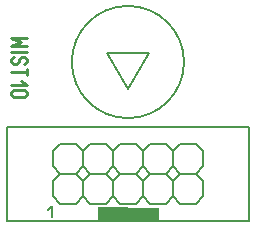
<source format=gbr>
%FSLAX34Y34*%
%MOMM*%
%LNSILK_TOP*%
G71*
G01*
%ADD10C,0.150*%
%ADD11C,0.200*%
%ADD12C,0.175*%
%ADD13C,0.100*%
%ADD14C,0.238*%
%LPD*%
G54D10*
G75*
G01X157191Y-72000D02*
G03X157191Y-72000I-47500J0D01*
G01*
G54D10*
X127241Y-64367D02*
X92241Y-64367D01*
G54D10*
X127367Y-64336D02*
X109867Y-94647D01*
G54D10*
X92241Y-64367D02*
X109741Y-94678D01*
G54D11*
X173300Y-147600D02*
X167000Y-141300D01*
X154200Y-141300D01*
X147900Y-147600D01*
X147900Y-160400D01*
X154200Y-166700D01*
X167000Y-166700D01*
X173300Y-160400D01*
X173300Y-147600D01*
G54D11*
X173300Y-173000D02*
X167000Y-166700D01*
X154200Y-166700D01*
X147900Y-173000D01*
X147900Y-185800D01*
X154200Y-192100D01*
X167000Y-192100D01*
X173300Y-185800D01*
X173300Y-173000D01*
G54D11*
X147900Y-147600D02*
X141600Y-141300D01*
X128800Y-141300D01*
X122500Y-147600D01*
X122500Y-160400D01*
X128800Y-166700D01*
X141600Y-166700D01*
X147900Y-160400D01*
X147900Y-147600D01*
G54D11*
X147900Y-173000D02*
X141600Y-166700D01*
X128800Y-166700D01*
X122500Y-173000D01*
X122500Y-185800D01*
X128800Y-192100D01*
X141600Y-192100D01*
X147900Y-185800D01*
X147900Y-173000D01*
G54D11*
X122500Y-147600D02*
X116200Y-141300D01*
X103400Y-141300D01*
X97100Y-147600D01*
X97100Y-160400D01*
X103400Y-166700D01*
X116200Y-166700D01*
X122500Y-160400D01*
X122500Y-147600D01*
G54D11*
X122500Y-173000D02*
X116200Y-166700D01*
X103400Y-166700D01*
X97100Y-173000D01*
X97100Y-185800D01*
X103400Y-192100D01*
X116200Y-192100D01*
X122500Y-185800D01*
X122500Y-173000D01*
G54D11*
X97100Y-147600D02*
X90800Y-141300D01*
X78000Y-141300D01*
X71700Y-147600D01*
X71700Y-160400D01*
X78000Y-166700D01*
X90800Y-166700D01*
X97100Y-160400D01*
X97100Y-147600D01*
G54D11*
X97100Y-173000D02*
X90800Y-166700D01*
X78000Y-166700D01*
X71700Y-173000D01*
X71700Y-185800D01*
X78000Y-192100D01*
X90800Y-192100D01*
X97100Y-185800D01*
X97100Y-173000D01*
G54D11*
X71700Y-147600D02*
X65400Y-141300D01*
X52600Y-141300D01*
X46300Y-147600D01*
X46300Y-160400D01*
X52600Y-166700D01*
X65400Y-166700D01*
X71700Y-160400D01*
X71700Y-147600D01*
G54D11*
X71700Y-173000D02*
X65400Y-166700D01*
X52600Y-166700D01*
X46300Y-173000D01*
X46300Y-185800D01*
X52600Y-192100D01*
X65400Y-192100D01*
X71700Y-185800D01*
X71700Y-173000D01*
G54D11*
X7575Y-126919D02*
X212575Y-126919D01*
G54D11*
X7575Y-206919D02*
X212575Y-206919D01*
G54D11*
X212575Y-206919D02*
X212575Y-126919D01*
G54D11*
X7575Y-206919D02*
X7575Y-126919D01*
G54D12*
X41771Y-197395D02*
X45437Y-193729D01*
X45437Y-203506D01*
G36*
X135390Y-206773D02*
X135390Y-195465D01*
X84400Y-194763D01*
X84400Y-206774D01*
X84379Y-206795D01*
X135368Y-206795D01*
X135390Y-206773D01*
G37*
G54D13*
X135390Y-206773D02*
X135390Y-195465D01*
X84400Y-194763D01*
X84400Y-206774D01*
X84379Y-206795D01*
X135368Y-206795D01*
X135390Y-206773D01*
G54D14*
X24333Y-52000D02*
X11000Y-52000D01*
X19333Y-55333D01*
X11000Y-58667D01*
X24333Y-58667D01*
G54D14*
X11000Y-63334D02*
X24333Y-63334D01*
G54D14*
X13500Y-68001D02*
X11833Y-68668D01*
X11000Y-70001D01*
X11000Y-71334D01*
X11833Y-72668D01*
X13500Y-73334D01*
X15167Y-73334D01*
X16833Y-72668D01*
X17667Y-71334D01*
X17667Y-70001D01*
X18500Y-68668D01*
X20167Y-68001D01*
X21833Y-68001D01*
X23500Y-68668D01*
X24333Y-70001D01*
X24333Y-71334D01*
X23500Y-72668D01*
X21833Y-73334D01*
G54D14*
X11000Y-80668D02*
X24333Y-80668D01*
G54D14*
X24333Y-78001D02*
X24333Y-83334D01*
G54D14*
X19333Y-88001D02*
X24333Y-91334D01*
X11000Y-91334D01*
G54D14*
X21833Y-101334D02*
X13500Y-101334D01*
X11833Y-100668D01*
X11000Y-99334D01*
X11000Y-98001D01*
X11833Y-96668D01*
X13500Y-96001D01*
X21833Y-96001D01*
X23500Y-96668D01*
X24333Y-98001D01*
X24333Y-99334D01*
X23500Y-100668D01*
X21833Y-101334D01*
M02*

</source>
